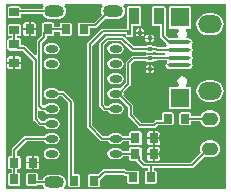
<source format=gbr>
%TF.GenerationSoftware,Altium Limited,Altium Designer,20.1.8 (145)*%
G04 Layer_Physical_Order=2*
G04 Layer_Color=16729670*
%FSLAX45Y45*%
%MOMM*%
%TF.SameCoordinates,AEC8D2B5-E39B-42F7-8311-7958ED8C9E32*%
%TF.FilePolarity,Positive*%
%TF.FileFunction,Copper,L2,Bot,Signal*%
%TF.Part,Single*%
G01*
G75*
%TA.AperFunction,ComponentPad*%
%ADD10O,2.00000X1.50000*%
G04:AMPARAMS|DCode=11|XSize=1.1mm|YSize=1.4mm|CornerRadius=0.55mm|HoleSize=0mm|Usage=FLASHONLY|Rotation=270.000|XOffset=0mm|YOffset=0mm|HoleType=Round|Shape=RoundedRectangle|*
%AMROUNDEDRECTD11*
21,1,1.10000,0.30000,0,0,270.0*
21,1,0.00000,1.40000,0,0,270.0*
1,1,1.10000,-0.15000,0.00000*
1,1,1.10000,-0.15000,0.00000*
1,1,1.10000,0.15000,0.00000*
1,1,1.10000,0.15000,0.00000*
%
%ADD11ROUNDEDRECTD11*%
G04:AMPARAMS|DCode=12|XSize=2.25mm|YSize=3.75mm|CornerRadius=1.125mm|HoleSize=0mm|Usage=FLASHONLY|Rotation=180.000|XOffset=0mm|YOffset=0mm|HoleType=Round|Shape=RoundedRectangle|*
%AMROUNDEDRECTD12*
21,1,2.25000,1.50000,0,0,180.0*
21,1,0.00000,3.75000,0,0,180.0*
1,1,2.25000,0.00000,0.75000*
1,1,2.25000,0.00000,0.75000*
1,1,2.25000,0.00000,-0.75000*
1,1,2.25000,0.00000,-0.75000*
%
%ADD12ROUNDEDRECTD12*%
%ADD13O,2.25000X3.75000*%
%ADD14O,1.70000X1.00000*%
%TA.AperFunction,ViaPad*%
%ADD15C,0.61000*%
%TA.AperFunction,SMDPad,CuDef*%
G04:AMPARAMS|DCode=16|XSize=1.6mm|YSize=1.6mm|CornerRadius=0.008mm|HoleSize=0mm|Usage=FLASHONLY|Rotation=270.000|XOffset=0mm|YOffset=0mm|HoleType=Round|Shape=RoundedRectangle|*
%AMROUNDEDRECTD16*
21,1,1.60000,1.58400,0,0,270.0*
21,1,1.58400,1.60000,0,0,270.0*
1,1,0.01600,-0.79200,-0.79200*
1,1,0.01600,-0.79200,0.79200*
1,1,0.01600,0.79200,0.79200*
1,1,0.01600,0.79200,-0.79200*
%
%ADD16ROUNDEDRECTD16*%
%TA.AperFunction,ConnectorPad*%
G04:AMPARAMS|DCode=17|XSize=0.35mm|YSize=2mm|CornerRadius=0.175mm|HoleSize=0mm|Usage=FLASHONLY|Rotation=270.000|XOffset=0mm|YOffset=0mm|HoleType=Round|Shape=RoundedRectangle|*
%AMROUNDEDRECTD17*
21,1,0.35000,1.65000,0,0,270.0*
21,1,0.00000,2.00000,0,0,270.0*
1,1,0.35000,-0.82500,0.00000*
1,1,0.35000,-0.82500,0.00000*
1,1,0.35000,0.82500,0.00000*
1,1,0.35000,0.82500,0.00000*
%
%ADD17ROUNDEDRECTD17*%
%TA.AperFunction,SMDPad,CuDef*%
G04:AMPARAMS|DCode=18|XSize=0.4mm|YSize=0.3mm|CornerRadius=0.0015mm|HoleSize=0mm|Usage=FLASHONLY|Rotation=270.000|XOffset=0mm|YOffset=0mm|HoleType=Round|Shape=RoundedRectangle|*
%AMROUNDEDRECTD18*
21,1,0.40000,0.29700,0,0,270.0*
21,1,0.39700,0.30000,0,0,270.0*
1,1,0.00300,-0.14850,-0.19850*
1,1,0.00300,-0.14850,0.19850*
1,1,0.00300,0.14850,0.19850*
1,1,0.00300,0.14850,-0.19850*
%
%ADD18ROUNDEDRECTD18*%
G04:AMPARAMS|DCode=19|XSize=0.85mm|YSize=1.4mm|CornerRadius=0.00425mm|HoleSize=0mm|Usage=FLASHONLY|Rotation=180.000|XOffset=0mm|YOffset=0mm|HoleType=Round|Shape=RoundedRectangle|*
%AMROUNDEDRECTD19*
21,1,0.85000,1.39150,0,0,180.0*
21,1,0.84150,1.40000,0,0,180.0*
1,1,0.00850,-0.42075,0.69575*
1,1,0.00850,0.42075,0.69575*
1,1,0.00850,0.42075,-0.69575*
1,1,0.00850,-0.42075,-0.69575*
%
%ADD19ROUNDEDRECTD19*%
G04:AMPARAMS|DCode=20|XSize=0.8mm|YSize=0.7mm|CornerRadius=0.0035mm|HoleSize=0mm|Usage=FLASHONLY|Rotation=180.000|XOffset=0mm|YOffset=0mm|HoleType=Round|Shape=RoundedRectangle|*
%AMROUNDEDRECTD20*
21,1,0.80000,0.69300,0,0,180.0*
21,1,0.79300,0.70000,0,0,180.0*
1,1,0.00700,-0.39650,0.34650*
1,1,0.00700,0.39650,0.34650*
1,1,0.00700,0.39650,-0.34650*
1,1,0.00700,-0.39650,-0.34650*
%
%ADD20ROUNDEDRECTD20*%
G04:AMPARAMS|DCode=21|XSize=0.85mm|YSize=0.75mm|CornerRadius=0.00375mm|HoleSize=0mm|Usage=FLASHONLY|Rotation=90.000|XOffset=0mm|YOffset=0mm|HoleType=Round|Shape=RoundedRectangle|*
%AMROUNDEDRECTD21*
21,1,0.85000,0.74250,0,0,90.0*
21,1,0.84250,0.75000,0,0,90.0*
1,1,0.00750,0.37125,0.42125*
1,1,0.00750,0.37125,-0.42125*
1,1,0.00750,-0.37125,-0.42125*
1,1,0.00750,-0.37125,0.42125*
%
%ADD21ROUNDEDRECTD21*%
G04:AMPARAMS|DCode=22|XSize=0.8mm|YSize=0.7mm|CornerRadius=0.0035mm|HoleSize=0mm|Usage=FLASHONLY|Rotation=90.000|XOffset=0mm|YOffset=0mm|HoleType=Round|Shape=RoundedRectangle|*
%AMROUNDEDRECTD22*
21,1,0.80000,0.69300,0,0,90.0*
21,1,0.79300,0.70000,0,0,90.0*
1,1,0.00700,0.34650,0.39650*
1,1,0.00700,0.34650,-0.39650*
1,1,0.00700,-0.34650,-0.39650*
1,1,0.00700,-0.34650,0.39650*
%
%ADD22ROUNDEDRECTD22*%
%TA.AperFunction,ConnectorPad*%
G04:AMPARAMS|DCode=23|XSize=0.8mm|YSize=0.7mm|CornerRadius=0.0035mm|HoleSize=0mm|Usage=FLASHONLY|Rotation=90.000|XOffset=0mm|YOffset=0mm|HoleType=Round|Shape=RoundedRectangle|*
%AMROUNDEDRECTD23*
21,1,0.80000,0.69300,0,0,90.0*
21,1,0.79300,0.70000,0,0,90.0*
1,1,0.00700,0.34650,0.39650*
1,1,0.00700,0.34650,-0.39650*
1,1,0.00700,-0.34650,-0.39650*
1,1,0.00700,-0.34650,0.39650*
%
%ADD23ROUNDEDRECTD23*%
%TA.AperFunction,SMDPad,CuDef*%
G04:AMPARAMS|DCode=24|XSize=0.85mm|YSize=0.75mm|CornerRadius=0.00375mm|HoleSize=0mm|Usage=FLASHONLY|Rotation=0.000|XOffset=0mm|YOffset=0mm|HoleType=Round|Shape=RoundedRectangle|*
%AMROUNDEDRECTD24*
21,1,0.85000,0.74250,0,0,0.0*
21,1,0.84250,0.75000,0,0,0.0*
1,1,0.00750,0.42125,-0.37125*
1,1,0.00750,-0.42125,-0.37125*
1,1,0.00750,-0.42125,0.37125*
1,1,0.00750,0.42125,0.37125*
%
%ADD24ROUNDEDRECTD24*%
%ADD25O,1.05000X0.60000*%
G04:AMPARAMS|DCode=26|XSize=0.4mm|YSize=0.3mm|CornerRadius=0.0015mm|HoleSize=0mm|Usage=FLASHONLY|Rotation=180.000|XOffset=0mm|YOffset=0mm|HoleType=Round|Shape=RoundedRectangle|*
%AMROUNDEDRECTD26*
21,1,0.40000,0.29700,0,0,180.0*
21,1,0.39700,0.30000,0,0,180.0*
1,1,0.00300,-0.19850,0.14850*
1,1,0.00300,0.19850,0.14850*
1,1,0.00300,0.19850,-0.14850*
1,1,0.00300,-0.19850,-0.14850*
%
%ADD26ROUNDEDRECTD26*%
%TA.AperFunction,Conductor*%
%ADD27C,0.15240*%
%ADD28C,0.12700*%
G36*
X1883167Y16833D02*
X517746D01*
X514216Y21482D01*
X510910Y32073D01*
X518987Y42599D01*
X525561Y58469D01*
X527803Y75500D01*
X525561Y92531D01*
X518987Y108401D01*
X508529Y122029D01*
X494901Y132487D01*
X479031Y139061D01*
X462000Y141303D01*
X392000D01*
X374969Y139061D01*
X359099Y132487D01*
X345470Y122029D01*
X335013Y108401D01*
X330503Y97513D01*
X291765D01*
Y140550D01*
X290555Y146633D01*
X287109Y151790D01*
X281952Y155235D01*
X275870Y156445D01*
X206570D01*
X200487Y155235D01*
X195330Y151790D01*
X191885Y146633D01*
X190674Y140550D01*
Y61250D01*
X191885Y55167D01*
X195330Y50010D01*
X200487Y46565D01*
X206570Y45355D01*
X275870D01*
X281952Y46565D01*
X287109Y50010D01*
X289432Y53487D01*
X330503D01*
X335013Y42599D01*
X343089Y32073D01*
X339784Y21482D01*
X336253Y16833D01*
X16833D01*
Y1583167D01*
X335642D01*
X337310Y1581277D01*
X342322Y1567927D01*
X335013Y1558402D01*
X330503Y1547513D01*
X146985D01*
Y1549990D01*
X145775Y1556073D01*
X142330Y1561230D01*
X137173Y1564675D01*
X131090Y1565885D01*
X51790D01*
X45707Y1564675D01*
X40550Y1561230D01*
X37105Y1556073D01*
X35895Y1549990D01*
Y1480690D01*
X37105Y1474607D01*
X40550Y1469450D01*
X45707Y1466005D01*
X51790Y1464795D01*
X131090D01*
X137173Y1466005D01*
X142330Y1469450D01*
X145775Y1474607D01*
X146985Y1480690D01*
Y1503487D01*
X330503D01*
X335013Y1492599D01*
X345470Y1478971D01*
X359099Y1468513D01*
X374969Y1461939D01*
X392000Y1459697D01*
X462000D01*
X479031Y1461939D01*
X494901Y1468513D01*
X508529Y1478971D01*
X518987Y1492599D01*
X525561Y1508469D01*
X527803Y1525500D01*
X525561Y1542531D01*
X518987Y1558402D01*
X511678Y1567927D01*
X516690Y1581277D01*
X518358Y1583167D01*
X835642D01*
X837310Y1581277D01*
X842322Y1567927D01*
X835013Y1558402D01*
X828439Y1542531D01*
X826197Y1525500D01*
X828439Y1508469D01*
X833245Y1496867D01*
X763767Y1427388D01*
X706737D01*
X706144Y1427270D01*
X643437D01*
X637354Y1426060D01*
X632197Y1422615D01*
X628752Y1417458D01*
X627542Y1411375D01*
Y1332075D01*
X628752Y1325993D01*
X632197Y1320836D01*
X637354Y1317390D01*
X643437Y1316180D01*
X712737D01*
X718819Y1317390D01*
X723976Y1320836D01*
X727422Y1325993D01*
X728632Y1332075D01*
Y1383362D01*
X772885D01*
X781309Y1385038D01*
X788450Y1389810D01*
X864794Y1466154D01*
X874969Y1461939D01*
X892000Y1459697D01*
X962000D01*
X979031Y1461939D01*
X994901Y1468513D01*
X1008529Y1478971D01*
X1018987Y1492599D01*
X1025561Y1508469D01*
X1027803Y1525500D01*
X1025561Y1542531D01*
X1018987Y1558402D01*
X1011678Y1567927D01*
X1016690Y1581277D01*
X1018358Y1583167D01*
X1883167D01*
Y16833D01*
D02*
G37*
%LPC*%
G36*
X258107Y1429771D02*
X228613D01*
Y1379349D01*
X274028D01*
Y1413850D01*
X272816Y1419943D01*
X269364Y1425108D01*
X264200Y1428559D01*
X258107Y1429771D01*
D02*
G37*
G36*
X213373D02*
X183857D01*
X177764Y1428559D01*
X172599Y1425108D01*
X169148Y1419943D01*
X167936Y1413850D01*
Y1379349D01*
X213373D01*
Y1429771D01*
D02*
G37*
G36*
X1170379Y1378989D02*
X1163155D01*
Y1350098D01*
X1187037D01*
Y1362331D01*
X1182158Y1374110D01*
X1170379Y1378989D01*
D02*
G37*
G36*
X1147915D02*
X1140679D01*
X1128900Y1374110D01*
X1124021Y1362331D01*
Y1350098D01*
X1147915D01*
Y1378989D01*
D02*
G37*
G36*
X1773800Y1506019D02*
X1723800D01*
X1700243Y1502917D01*
X1678291Y1493824D01*
X1659440Y1479360D01*
X1644976Y1460509D01*
X1635883Y1438557D01*
X1632781Y1415000D01*
X1635883Y1391443D01*
X1644976Y1369491D01*
X1659440Y1350640D01*
X1678291Y1336176D01*
X1700243Y1327083D01*
X1723800Y1323981D01*
X1773800D01*
X1797358Y1327083D01*
X1819310Y1336176D01*
X1838160Y1350640D01*
X1852625Y1369491D01*
X1861718Y1391443D01*
X1864819Y1415000D01*
X1861718Y1438557D01*
X1852625Y1460509D01*
X1838160Y1479360D01*
X1819310Y1493824D01*
X1797358Y1502917D01*
X1773800Y1506019D01*
D02*
G37*
G36*
X274028Y1364109D02*
X228613D01*
Y1313679D01*
X258107D01*
X264200Y1314891D01*
X269364Y1318343D01*
X272816Y1323507D01*
X274028Y1329600D01*
Y1364109D01*
D02*
G37*
G36*
X213373D02*
X167936D01*
Y1329600D01*
X169148Y1323507D01*
X172599Y1318343D01*
X177764Y1314891D01*
X183857Y1313679D01*
X213373D01*
Y1364109D01*
D02*
G37*
G36*
X1187037Y1334858D02*
X1163155D01*
Y1305973D01*
X1170379D01*
X1182158Y1310852D01*
X1187037Y1322631D01*
Y1334858D01*
D02*
G37*
G36*
X1147915D02*
X1124021D01*
Y1322631D01*
X1128900Y1310852D01*
X1140679Y1305973D01*
X1147915D01*
Y1334858D01*
D02*
G37*
G36*
X1145515Y1566987D02*
X1061365D01*
X1055253Y1565771D01*
X1050071Y1562309D01*
X1046609Y1557127D01*
X1045393Y1551015D01*
Y1411865D01*
X1046609Y1405753D01*
X1047301Y1404717D01*
Y1378123D01*
X839644D01*
X830725Y1376349D01*
X823163Y1371296D01*
X711826Y1259959D01*
X706773Y1252397D01*
X704999Y1243478D01*
Y552663D01*
X706773Y543743D01*
X711826Y536182D01*
X817448Y430559D01*
X825010Y425506D01*
X833929Y423732D01*
X886844D01*
X893064Y414424D01*
X908028Y404425D01*
X925680Y400914D01*
X970680D01*
X988332Y404425D01*
X1003296Y414424D01*
X1009516Y423732D01*
X1063398D01*
Y406954D01*
X1064610Y400862D01*
X1068061Y395697D01*
X1073226Y392245D01*
X1079318Y391034D01*
X1153569D01*
X1159661Y392245D01*
X1164826Y395697D01*
X1168278Y400862D01*
X1169489Y406954D01*
Y491205D01*
X1168278Y497297D01*
X1164826Y502462D01*
X1159661Y505913D01*
X1153569Y507125D01*
X1079318D01*
X1073226Y505913D01*
X1068061Y502462D01*
X1064610Y497297D01*
X1063398Y491205D01*
Y470348D01*
X1009516D01*
X1003296Y479656D01*
X988332Y489655D01*
X970680Y493166D01*
X925680D01*
X908028Y489655D01*
X893064Y479656D01*
X886844Y470348D01*
X843584D01*
X751614Y562317D01*
Y1233823D01*
X849298Y1331507D01*
X1034021D01*
Y1322631D01*
X1038900Y1310852D01*
X1050679Y1305973D01*
X1080379D01*
X1092158Y1310852D01*
X1097037Y1322631D01*
Y1362331D01*
X1093917Y1369863D01*
Y1395893D01*
X1145515D01*
X1151627Y1397109D01*
X1156809Y1400571D01*
X1160271Y1405753D01*
X1161487Y1411865D01*
Y1551015D01*
X1160271Y1557127D01*
X1156809Y1562309D01*
X1151627Y1565771D01*
X1145515Y1566987D01*
D02*
G37*
G36*
X1256830Y1326033D02*
X1244600D01*
Y1302145D01*
X1273488D01*
Y1309375D01*
X1268609Y1321154D01*
X1256830Y1326033D01*
D02*
G37*
G36*
X1229360D02*
X1217130D01*
X1205351Y1321154D01*
X1200472Y1309375D01*
Y1302145D01*
X1229360D01*
Y1326033D01*
D02*
G37*
G36*
X1573000Y1567554D02*
X1414600D01*
X1408342Y1566309D01*
X1403036Y1562764D01*
X1399491Y1557458D01*
X1398246Y1551200D01*
Y1392800D01*
X1399491Y1386542D01*
X1403036Y1381236D01*
X1408342Y1377691D01*
X1414600Y1376446D01*
X1480457D01*
X1485080Y1361206D01*
X1484789Y1361012D01*
X1475895Y1347701D01*
X1472772Y1332000D01*
X1475895Y1316299D01*
X1479689Y1310621D01*
X1471543Y1295381D01*
X1403871D01*
X1371456Y1327796D01*
Y1411708D01*
X1371487Y1411865D01*
Y1551015D01*
X1370271Y1557127D01*
X1366809Y1562309D01*
X1361627Y1565771D01*
X1355515Y1566987D01*
X1271365D01*
X1265253Y1565771D01*
X1260071Y1562309D01*
X1256609Y1557127D01*
X1255393Y1551015D01*
Y1411865D01*
X1256609Y1405753D01*
X1260071Y1400571D01*
X1265253Y1397109D01*
X1271365Y1395893D01*
X1324840D01*
Y1318142D01*
X1326614Y1309222D01*
X1331667Y1301661D01*
X1370570Y1262758D01*
X1370419Y1262000D01*
X1372960Y1249226D01*
X1380196Y1238396D01*
Y1233813D01*
X1365614Y1219013D01*
X1304423D01*
X1303345Y1220090D01*
X1296204Y1224862D01*
X1287780Y1226538D01*
X1270521D01*
X1268609Y1231154D01*
X1256830Y1236033D01*
X1217130D01*
X1205351Y1231154D01*
X1203439Y1226538D01*
X1102489D01*
X1019948Y1309079D01*
X1012806Y1313851D01*
X1004382Y1315526D01*
X879975D01*
X871551Y1313851D01*
X864410Y1309079D01*
X817219Y1261888D01*
X812447Y1254746D01*
X810771Y1246322D01*
Y729544D01*
X812447Y721120D01*
X817219Y713979D01*
X845722Y685475D01*
X852864Y680703D01*
X861288Y679027D01*
X885979D01*
X893064Y668424D01*
X908028Y658425D01*
X925680Y654914D01*
X970680D01*
X988332Y658425D01*
X1003296Y668424D01*
X1013295Y683388D01*
X1016806Y701040D01*
X1013295Y718692D01*
X1003296Y733656D01*
X988332Y743655D01*
X970680Y747166D01*
X925680D01*
X908028Y743655D01*
X893064Y733656D01*
X885979Y723053D01*
X870406D01*
X854797Y738662D01*
Y1237205D01*
X889093Y1271501D01*
X995264D01*
X1077805Y1188960D01*
X1084947Y1184188D01*
X1093371Y1182512D01*
X1203439D01*
X1205351Y1177896D01*
X1217130Y1173017D01*
X1256830D01*
X1268609Y1177896D01*
X1284601Y1178186D01*
X1286881Y1176663D01*
X1295305Y1174987D01*
X1364885D01*
X1371264Y1159747D01*
X1365614Y1154013D01*
X1294560D01*
X1286136Y1152337D01*
X1284601Y1151311D01*
X1268609Y1151849D01*
X1256830Y1156728D01*
X1217130D01*
X1205351Y1151849D01*
X1203439Y1147233D01*
X1097037D01*
X1088613Y1145557D01*
X1081472Y1140786D01*
X1039666Y1098979D01*
X1034894Y1091838D01*
X1033218Y1083414D01*
Y918372D01*
X985971Y871125D01*
X970680Y874166D01*
X925680D01*
X908028Y870655D01*
X893064Y860656D01*
X883065Y845692D01*
X879554Y828040D01*
X883065Y810388D01*
X893064Y795424D01*
X908028Y785425D01*
X925680Y781914D01*
X970680D01*
X985971Y784955D01*
X1053441Y717485D01*
Y642331D01*
X1055116Y633907D01*
X1059888Y626765D01*
X1141542Y545111D01*
X1148684Y540340D01*
X1157107Y538664D01*
X1274102D01*
X1282526Y540340D01*
X1289667Y545111D01*
X1304158Y559602D01*
X1352243D01*
X1354590Y559135D01*
X1423890D01*
X1429973Y560345D01*
X1435129Y563790D01*
X1438575Y568947D01*
X1439785Y575030D01*
Y654330D01*
X1438575Y660413D01*
X1435129Y665570D01*
X1429973Y669015D01*
X1423890Y670225D01*
X1354590D01*
X1348507Y669015D01*
X1343350Y665570D01*
X1339905Y660413D01*
X1338695Y654330D01*
Y603627D01*
X1295040D01*
X1286615Y601952D01*
X1279474Y597180D01*
X1264984Y582690D01*
X1166225D01*
X1097466Y651449D01*
Y726603D01*
X1095791Y735027D01*
X1091019Y742169D01*
X1014872Y818315D01*
X1016806Y828040D01*
X1014872Y837764D01*
X1070796Y893689D01*
X1075568Y900830D01*
X1077244Y909254D01*
Y1074296D01*
X1106155Y1103207D01*
X1203439D01*
X1205351Y1098591D01*
X1217130Y1093712D01*
X1256830D01*
X1268609Y1098591D01*
X1270521Y1103207D01*
X1287780D01*
X1296204Y1104883D01*
X1303345Y1109655D01*
X1303678Y1109987D01*
X1379133D01*
X1380196Y1108396D01*
Y1090604D01*
X1372960Y1079774D01*
X1370419Y1067000D01*
X1372960Y1054225D01*
X1380196Y1043396D01*
X1391025Y1036160D01*
X1403800Y1033619D01*
X1568800D01*
X1581575Y1036160D01*
X1592404Y1043396D01*
X1599640Y1054225D01*
X1602181Y1067000D01*
X1599640Y1079774D01*
X1592404Y1090604D01*
Y1108396D01*
X1599640Y1119226D01*
X1602181Y1132000D01*
X1599640Y1144774D01*
X1592404Y1155604D01*
Y1173396D01*
X1599640Y1184226D01*
X1602181Y1197000D01*
X1599640Y1209775D01*
X1592404Y1220604D01*
Y1238396D01*
X1599640Y1249226D01*
X1602181Y1262000D01*
X1599640Y1274774D01*
X1592404Y1285604D01*
X1581575Y1292840D01*
X1568800Y1295381D01*
X1556057D01*
X1547911Y1310621D01*
X1551705Y1316299D01*
X1554828Y1332000D01*
X1551705Y1347701D01*
X1542811Y1361012D01*
X1542520Y1361206D01*
X1547143Y1376446D01*
X1573000D01*
X1579258Y1377691D01*
X1584564Y1381236D01*
X1588109Y1386542D01*
X1589354Y1392800D01*
Y1551200D01*
X1588109Y1557458D01*
X1584564Y1562764D01*
X1579258Y1566309D01*
X1573000Y1567554D01*
D02*
G37*
G36*
X1273488Y1286905D02*
X1244600D01*
Y1263017D01*
X1256830D01*
X1268609Y1267896D01*
X1273488Y1279675D01*
Y1286905D01*
D02*
G37*
G36*
X1229360D02*
X1200472D01*
Y1279675D01*
X1205351Y1267896D01*
X1217130Y1263017D01*
X1229360D01*
Y1286905D01*
D02*
G37*
G36*
X970680Y1255166D02*
X925680D01*
X908028Y1251655D01*
X893064Y1241656D01*
X883065Y1226692D01*
X879554Y1209040D01*
X883065Y1191388D01*
X893064Y1176424D01*
X908028Y1166425D01*
X925680Y1162914D01*
X970680D01*
X988332Y1166425D01*
X1003296Y1176424D01*
X1013295Y1191388D01*
X1016806Y1209040D01*
X1013295Y1226692D01*
X1003296Y1241656D01*
X988332Y1251655D01*
X970680Y1255166D01*
D02*
G37*
G36*
X430680D02*
X385680D01*
X368028Y1251655D01*
X353064Y1241656D01*
X343065Y1226692D01*
X339554Y1209040D01*
X343065Y1191388D01*
X353064Y1176424D01*
X368028Y1166425D01*
X385680Y1162914D01*
X430680D01*
X448332Y1166425D01*
X463296Y1176424D01*
X473295Y1191388D01*
X476806Y1209040D01*
X473295Y1226692D01*
X463296Y1241656D01*
X448332Y1251655D01*
X430680Y1255166D01*
D02*
G37*
G36*
X413107Y1429771D02*
X338857D01*
X332764Y1428559D01*
X327599Y1425108D01*
X324148Y1419943D01*
X322936Y1413850D01*
Y1340841D01*
X322899Y1340655D01*
Y1317054D01*
X285965Y1280119D01*
X281193Y1272978D01*
X279517Y1264554D01*
Y1156062D01*
X265437Y1150230D01*
X186652Y1229015D01*
X179510Y1233787D01*
X171086Y1235463D01*
X149486D01*
Y1281725D01*
X148274Y1287818D01*
X144823Y1292983D01*
X139658Y1296434D01*
X133565Y1297646D01*
X113453D01*
Y1314795D01*
X131090D01*
X137173Y1316005D01*
X142330Y1319450D01*
X145775Y1324607D01*
X146985Y1330690D01*
Y1399990D01*
X145775Y1406073D01*
X142330Y1411230D01*
X137173Y1414675D01*
X131090Y1415885D01*
X51790D01*
X45707Y1414675D01*
X40550Y1411230D01*
X37105Y1406073D01*
X35895Y1399990D01*
Y1330690D01*
X37105Y1324607D01*
X40550Y1319450D01*
X45707Y1316005D01*
X51790Y1314795D01*
X69427D01*
Y1297646D01*
X49315D01*
X43222Y1296434D01*
X38057Y1292983D01*
X34606Y1287818D01*
X33394Y1281725D01*
Y1207475D01*
X34606Y1201382D01*
X38057Y1196217D01*
X43222Y1192766D01*
X49315Y1191554D01*
X122001D01*
X122590Y1191437D01*
X161968D01*
X251577Y1101828D01*
Y613301D01*
X253253Y604877D01*
X258025Y597736D01*
X297286Y558474D01*
X304427Y553703D01*
X312851Y552027D01*
X345979D01*
X353064Y541424D01*
X368028Y531425D01*
X385680Y527914D01*
X430680D01*
X448332Y531425D01*
X463296Y541424D01*
X473295Y556388D01*
X476806Y574040D01*
X473295Y591692D01*
X463296Y606656D01*
X448332Y616655D01*
X430680Y620166D01*
X385680D01*
X368028Y616655D01*
X353064Y606656D01*
X345979Y596053D01*
X321969D01*
X295603Y622419D01*
Y680431D01*
X304179Y683983D01*
X310843Y685226D01*
X317613Y680703D01*
X326037Y679027D01*
X345979D01*
X353064Y668424D01*
X368028Y658425D01*
X385680Y654914D01*
X430680D01*
X448332Y658425D01*
X463296Y668424D01*
X473295Y683388D01*
X476806Y701040D01*
X473295Y718692D01*
X463296Y733656D01*
X448332Y743655D01*
X430680Y747166D01*
X385680D01*
X368028Y743655D01*
X353064Y733656D01*
X349645Y728539D01*
X334344Y727105D01*
X323543Y737415D01*
Y1255436D01*
X360478Y1292370D01*
X365249Y1299512D01*
X366925Y1307936D01*
Y1313679D01*
X413107D01*
X419200Y1314891D01*
X424364Y1318343D01*
X427816Y1323507D01*
X429028Y1329600D01*
Y1349712D01*
X477541D01*
Y1332075D01*
X478751Y1325993D01*
X482197Y1320836D01*
X487354Y1317390D01*
X493437Y1316180D01*
X562736D01*
X568819Y1317390D01*
X573976Y1320836D01*
X577422Y1325993D01*
X578632Y1332075D01*
Y1411375D01*
X577422Y1417458D01*
X573976Y1422615D01*
X568819Y1426060D01*
X562736Y1427270D01*
X493437D01*
X487354Y1426060D01*
X482197Y1422615D01*
X478751Y1417458D01*
X477541Y1411375D01*
Y1393738D01*
X429028D01*
Y1413850D01*
X427816Y1419943D01*
X424364Y1425108D01*
X419200Y1428559D01*
X413107Y1429771D01*
D02*
G37*
G36*
X133565Y1142646D02*
X99060D01*
Y1097220D01*
X149486D01*
Y1126725D01*
X148274Y1132818D01*
X144823Y1137983D01*
X139658Y1141434D01*
X133565Y1142646D01*
D02*
G37*
G36*
X83820D02*
X49315D01*
X43222Y1141434D01*
X38057Y1137983D01*
X34606Y1132818D01*
X33394Y1126725D01*
Y1097220D01*
X83820D01*
Y1142646D01*
D02*
G37*
G36*
X1256830Y1066728D02*
X1244586D01*
Y1042844D01*
X1273488D01*
Y1050070D01*
X1268609Y1061849D01*
X1256830Y1066728D01*
D02*
G37*
G36*
X1229346D02*
X1217130D01*
X1205351Y1061849D01*
X1200472Y1050070D01*
Y1042844D01*
X1229346D01*
Y1066728D01*
D02*
G37*
G36*
X149486Y1081980D02*
X99060D01*
Y1036554D01*
X133565D01*
X139658Y1037766D01*
X144823Y1041217D01*
X148274Y1046382D01*
X149486Y1052475D01*
Y1081980D01*
D02*
G37*
G36*
X83820D02*
X33394D01*
Y1052475D01*
X34606Y1046382D01*
X38057Y1041217D01*
X43222Y1037766D01*
X49315Y1036554D01*
X83820D01*
Y1081980D01*
D02*
G37*
G36*
X970680Y1128166D02*
X925680D01*
X908028Y1124655D01*
X893064Y1114656D01*
X883065Y1099692D01*
X879554Y1082040D01*
X883065Y1064388D01*
X893064Y1049424D01*
X908028Y1039425D01*
X925680Y1035914D01*
X970680D01*
X988332Y1039425D01*
X1003296Y1049424D01*
X1013295Y1064388D01*
X1016806Y1082040D01*
X1013295Y1099692D01*
X1003296Y1114656D01*
X988332Y1124655D01*
X970680Y1128166D01*
D02*
G37*
G36*
X430680D02*
X385680D01*
X368028Y1124655D01*
X353064Y1114656D01*
X343065Y1099692D01*
X339554Y1082040D01*
X343065Y1064388D01*
X353064Y1049424D01*
X368028Y1039425D01*
X385680Y1035914D01*
X430680D01*
X448332Y1039425D01*
X463296Y1049424D01*
X473295Y1064388D01*
X476806Y1082040D01*
X473295Y1099692D01*
X463296Y1114656D01*
X448332Y1124655D01*
X430680Y1128166D01*
D02*
G37*
G36*
X1273488Y1027604D02*
X1244586D01*
Y1003712D01*
X1256830D01*
X1268609Y1008591D01*
X1273488Y1020370D01*
Y1027604D01*
D02*
G37*
G36*
X1229346D02*
X1200472D01*
Y1020370D01*
X1205351Y1008591D01*
X1217130Y1003712D01*
X1229346D01*
Y1027604D01*
D02*
G37*
G36*
X970680Y1001166D02*
X925680D01*
X908028Y997655D01*
X893064Y987656D01*
X883065Y972692D01*
X879554Y955040D01*
X883065Y937388D01*
X893064Y922424D01*
X908028Y912425D01*
X925680Y908914D01*
X970680D01*
X988332Y912425D01*
X1003296Y922424D01*
X1013295Y937388D01*
X1016806Y955040D01*
X1013295Y972692D01*
X1003296Y987656D01*
X988332Y997655D01*
X970680Y1001166D01*
D02*
G37*
G36*
X1773800Y940019D02*
X1723800D01*
X1700243Y936917D01*
X1678291Y927824D01*
X1659440Y913360D01*
X1644976Y894510D01*
X1635883Y872557D01*
X1632781Y849000D01*
X1635883Y825443D01*
X1644976Y803491D01*
X1659440Y784640D01*
X1678291Y770176D01*
X1700243Y761083D01*
X1723800Y757981D01*
X1773800D01*
X1797358Y761083D01*
X1819310Y770176D01*
X1838160Y784640D01*
X1852625Y803491D01*
X1861718Y825443D01*
X1864819Y849000D01*
X1861718Y872557D01*
X1852625Y894510D01*
X1838160Y913360D01*
X1819310Y927824D01*
X1797358Y936917D01*
X1773800Y940019D01*
D02*
G37*
G36*
X1513800Y973028D02*
X1498099Y969905D01*
X1484789Y961011D01*
X1475895Y947701D01*
X1472772Y932000D01*
X1475895Y916299D01*
X1484789Y902989D01*
X1485080Y902794D01*
X1480457Y887554D01*
X1414600D01*
X1408342Y886309D01*
X1403036Y882764D01*
X1399491Y877458D01*
X1398246Y871200D01*
Y712800D01*
X1399491Y706542D01*
X1403036Y701236D01*
X1408342Y697691D01*
X1414600Y696446D01*
X1573000D01*
X1579258Y697691D01*
X1584564Y701236D01*
X1588109Y706542D01*
X1589354Y712800D01*
Y871200D01*
X1588109Y877458D01*
X1584564Y882764D01*
X1579258Y886309D01*
X1573000Y887554D01*
X1547143D01*
X1542520Y902794D01*
X1542811Y902989D01*
X1551705Y916299D01*
X1554828Y932000D01*
X1551705Y947701D01*
X1542811Y961011D01*
X1529501Y969905D01*
X1513800Y973028D01*
D02*
G37*
G36*
X1763800Y685526D02*
X1733800D01*
X1715464Y683112D01*
X1698377Y676034D01*
X1683705Y664776D01*
X1672446Y650103D01*
X1666891Y636693D01*
X1589785D01*
Y654330D01*
X1588575Y660413D01*
X1585130Y665570D01*
X1579973Y669015D01*
X1573890Y670225D01*
X1504590D01*
X1498507Y669015D01*
X1493350Y665570D01*
X1489905Y660413D01*
X1488695Y654330D01*
Y575030D01*
X1489905Y568947D01*
X1493350Y563790D01*
X1498507Y560345D01*
X1504590Y559135D01*
X1573890D01*
X1579973Y560345D01*
X1585130Y563790D01*
X1588575Y568947D01*
X1589785Y575030D01*
Y592667D01*
X1666891D01*
X1672446Y579257D01*
X1683705Y564584D01*
X1698377Y553326D01*
X1715464Y546248D01*
X1733800Y543834D01*
X1763800D01*
X1782136Y546248D01*
X1799223Y553326D01*
X1813896Y564584D01*
X1825155Y579257D01*
X1832232Y596344D01*
X1834646Y614680D01*
X1832232Y633016D01*
X1825155Y650103D01*
X1813896Y664776D01*
X1799223Y676034D01*
X1782136Y683112D01*
X1763800Y685526D01*
D02*
G37*
G36*
X1308569Y507125D02*
X1279056D01*
Y456707D01*
X1324489D01*
Y491205D01*
X1323278Y497297D01*
X1319826Y502462D01*
X1314661Y505913D01*
X1308569Y507125D01*
D02*
G37*
G36*
X1263816D02*
X1234318D01*
X1228226Y505913D01*
X1223061Y502462D01*
X1219609Y497297D01*
X1218398Y491205D01*
Y456707D01*
X1263816D01*
Y507125D01*
D02*
G37*
G36*
X430680Y493166D02*
X385680D01*
X368028Y489655D01*
X353064Y479656D01*
X345979Y469053D01*
X185641D01*
X177218Y467377D01*
X170076Y462606D01*
X75654Y368183D01*
X70882Y361042D01*
X69207Y352618D01*
Y301886D01*
X54094D01*
X48002Y300674D01*
X42837Y297223D01*
X39385Y292058D01*
X38174Y285965D01*
Y201715D01*
X39385Y195622D01*
X42837Y190457D01*
X48002Y187006D01*
X54094Y185794D01*
X69207D01*
Y156445D01*
X56570D01*
X50487Y155235D01*
X45330Y151790D01*
X41884Y146633D01*
X40674Y140550D01*
Y61250D01*
X41884Y55167D01*
X45330Y50010D01*
X50487Y46565D01*
X56570Y45355D01*
X125869D01*
X131952Y46565D01*
X137109Y50010D01*
X140555Y55167D01*
X141765Y61250D01*
Y140550D01*
X140555Y146633D01*
X137109Y151790D01*
X131952Y155235D01*
X125869Y156445D01*
X113232D01*
Y185794D01*
X128345D01*
X134437Y187006D01*
X139602Y190457D01*
X143054Y195622D01*
X144265Y201715D01*
Y285965D01*
X143054Y292058D01*
X139602Y297223D01*
X134437Y300674D01*
X128345Y301886D01*
X113232D01*
Y343500D01*
X194760Y425027D01*
X345979D01*
X353064Y414424D01*
X368028Y404425D01*
X385680Y400914D01*
X430680D01*
X448332Y404425D01*
X463296Y414424D01*
X473295Y429388D01*
X476806Y447040D01*
X473295Y464692D01*
X463296Y479656D01*
X448332Y489655D01*
X430680Y493166D01*
D02*
G37*
G36*
X1324489Y441467D02*
X1279056D01*
Y391034D01*
X1308569D01*
X1314661Y392245D01*
X1319826Y395697D01*
X1323278Y400862D01*
X1324489Y406954D01*
Y441467D01*
D02*
G37*
G36*
X1263816D02*
X1218398D01*
Y406954D01*
X1219609Y400862D01*
X1223061Y395697D01*
X1228226Y392245D01*
X1234318Y391034D01*
X1263816D01*
Y441467D01*
D02*
G37*
G36*
X1308569Y375546D02*
X1279059D01*
Y325131D01*
X1324489D01*
Y359625D01*
X1323278Y365718D01*
X1319826Y370883D01*
X1314661Y374334D01*
X1308569Y375546D01*
D02*
G37*
G36*
X1263819D02*
X1234318D01*
X1228226Y374334D01*
X1223061Y370883D01*
X1219609Y365718D01*
X1218398Y359625D01*
Y325131D01*
X1263819D01*
Y375546D01*
D02*
G37*
G36*
X430680Y366166D02*
X385680D01*
X368028Y362655D01*
X353064Y352656D01*
X343065Y337692D01*
X339554Y320040D01*
X343065Y302388D01*
X353064Y287424D01*
X368028Y277425D01*
X385680Y273914D01*
X430680D01*
X448332Y277425D01*
X463296Y287424D01*
X473295Y302388D01*
X476806Y320040D01*
X473295Y337692D01*
X463296Y352656D01*
X448332Y362655D01*
X430680Y366166D01*
D02*
G37*
G36*
X1324489Y309891D02*
X1279059D01*
Y259454D01*
X1308569D01*
X1314661Y260666D01*
X1319826Y264117D01*
X1323278Y269282D01*
X1324489Y275375D01*
Y309891D01*
D02*
G37*
G36*
X1263819D02*
X1218398D01*
Y275375D01*
X1219609Y269282D01*
X1223061Y264117D01*
X1228226Y260666D01*
X1234318Y259454D01*
X1263819D01*
Y309891D01*
D02*
G37*
G36*
X283345Y301886D02*
X253846D01*
Y251468D01*
X299265D01*
Y285965D01*
X298054Y292058D01*
X294602Y297223D01*
X289437Y300674D01*
X283345Y301886D01*
D02*
G37*
G36*
X238606D02*
X209094D01*
X203002Y300674D01*
X197837Y297223D01*
X194385Y292058D01*
X193174Y285965D01*
Y251468D01*
X238606D01*
Y301886D01*
D02*
G37*
G36*
X1763800Y431526D02*
X1733800D01*
X1715464Y429112D01*
X1698377Y422034D01*
X1683705Y410776D01*
X1672446Y396103D01*
X1665368Y379016D01*
X1662954Y360680D01*
X1665368Y342344D01*
X1669993Y331178D01*
X1582399Y243584D01*
X1201160D01*
X1169631Y275112D01*
Y290166D01*
X1169489Y290879D01*
Y359625D01*
X1168278Y365718D01*
X1164826Y370883D01*
X1159661Y374334D01*
X1153569Y375546D01*
X1079318D01*
X1073226Y374334D01*
X1068061Y370883D01*
X1064610Y365718D01*
X1063398Y359625D01*
Y343348D01*
X1009516D01*
X1003296Y352656D01*
X988332Y362655D01*
X970680Y366166D01*
X925680D01*
X908028Y362655D01*
X893064Y352656D01*
X883065Y337692D01*
X879554Y320040D01*
X883065Y302388D01*
X893064Y287424D01*
X908028Y277425D01*
X925680Y273914D01*
X970680D01*
X988332Y277425D01*
X1003296Y287424D01*
X1009516Y296732D01*
X1063398D01*
Y275375D01*
X1064610Y269282D01*
X1068061Y264117D01*
X1073226Y260666D01*
X1079318Y259454D01*
X1124210D01*
X1124790Y256538D01*
X1129843Y248977D01*
X1175024Y203795D01*
X1182586Y198743D01*
X1191505Y196968D01*
X1223820D01*
Y175034D01*
X1212478D01*
X1206395Y173824D01*
X1201238Y170379D01*
X1197793Y165222D01*
X1196583Y159139D01*
Y79839D01*
X1197793Y73756D01*
X1201238Y68599D01*
X1206395Y65154D01*
X1212478Y63944D01*
X1281778D01*
X1287861Y65154D01*
X1293018Y68599D01*
X1296463Y73756D01*
X1297673Y79839D01*
Y159139D01*
X1296463Y165222D01*
X1293018Y170379D01*
X1287861Y173824D01*
X1281778Y175034D01*
X1270436D01*
Y196968D01*
X1592053D01*
X1600972Y198743D01*
X1608534Y203795D01*
X1702399Y297660D01*
X1715464Y292248D01*
X1733800Y289834D01*
X1763800D01*
X1782136Y292248D01*
X1799223Y299326D01*
X1813896Y310584D01*
X1825155Y325257D01*
X1832232Y342344D01*
X1834646Y360680D01*
X1832232Y379016D01*
X1825155Y396103D01*
X1813896Y410776D01*
X1799223Y422034D01*
X1782136Y429112D01*
X1763800Y431526D01*
D02*
G37*
G36*
X299265Y236228D02*
X253846D01*
Y185794D01*
X283345D01*
X289437Y187006D01*
X294602Y190457D01*
X298054Y195622D01*
X299265Y201715D01*
Y236228D01*
D02*
G37*
G36*
X238606D02*
X193174D01*
Y201715D01*
X194385Y195622D01*
X197837Y190457D01*
X203002Y187006D01*
X209094Y185794D01*
X238606D01*
Y236228D01*
D02*
G37*
G36*
X1020947Y187111D02*
X854291D01*
X845371Y185336D01*
X837810Y180284D01*
X802071Y144545D01*
X791920D01*
X791203Y144403D01*
X729890D01*
X723807Y143192D01*
X718650Y139747D01*
X715205Y134590D01*
X713995Y128507D01*
Y49207D01*
X715205Y43125D01*
X718650Y37968D01*
X723807Y34522D01*
X729890Y33312D01*
X799190D01*
X805273Y34522D01*
X810430Y37968D01*
X813875Y43125D01*
X815085Y49207D01*
Y98598D01*
X820645Y99704D01*
X828206Y104756D01*
X863945Y140495D01*
X1011293D01*
X1016400Y135388D01*
X1023961Y130336D01*
X1032881Y128561D01*
X1046583D01*
Y79839D01*
X1047793Y73756D01*
X1051238Y68599D01*
X1056395Y65154D01*
X1062478Y63944D01*
X1131778D01*
X1137861Y65154D01*
X1143018Y68599D01*
X1146463Y73756D01*
X1147673Y79839D01*
Y159139D01*
X1146463Y165222D01*
X1143018Y170379D01*
X1137861Y173824D01*
X1131778Y175034D01*
X1070465D01*
X1069748Y175177D01*
X1042535D01*
X1037428Y180284D01*
X1029867Y185336D01*
X1020947Y187111D01*
D02*
G37*
G36*
X430680Y874166D02*
X385680D01*
X368028Y870655D01*
X353064Y860656D01*
X343065Y845692D01*
X339554Y828040D01*
X343065Y810388D01*
X353064Y795424D01*
X368028Y785425D01*
X385680Y781914D01*
X430680D01*
X448332Y785425D01*
X463296Y795424D01*
X470381Y806027D01*
X493898D01*
X549261Y750664D01*
Y129844D01*
X548995Y128507D01*
Y49207D01*
X550205Y43125D01*
X553650Y37968D01*
X558807Y34522D01*
X564890Y33312D01*
X634190D01*
X640273Y34522D01*
X645430Y37968D01*
X648875Y43125D01*
X650085Y49207D01*
Y128507D01*
X648875Y134590D01*
X645430Y139747D01*
X640273Y143192D01*
X634190Y144403D01*
X593287D01*
Y759783D01*
X591611Y768206D01*
X586839Y775348D01*
X518582Y843605D01*
X511440Y848377D01*
X503016Y850053D01*
X470381D01*
X463296Y860656D01*
X448332Y870655D01*
X430680Y874166D01*
D02*
G37*
%LPD*%
D10*
X1748800Y849000D02*
D03*
Y1415000D02*
D03*
D11*
Y106680D02*
D03*
Y614680D02*
D03*
Y360680D02*
D03*
D12*
X1214500Y775500D02*
D03*
D13*
X139500D02*
D03*
D14*
X427000Y75500D02*
D03*
X927000D02*
D03*
X677000Y1525500D02*
D03*
X427000D02*
D03*
X927000D02*
D03*
D15*
X1181807Y1035220D02*
D03*
X1031233Y609063D02*
D03*
X863926D02*
D03*
Y536463D02*
D03*
X1031233D02*
D03*
X220982Y1292983D02*
D03*
X494816Y955040D02*
D03*
X170144Y1089600D02*
D03*
X246219Y322942D02*
D03*
X1344294Y317500D02*
D03*
Y449079D02*
D03*
X1703480Y1002000D02*
D03*
X1624656D02*
D03*
X1352243D02*
D03*
X1236980Y1346408D02*
D03*
X1156809Y1285894D02*
D03*
D16*
X1493800Y792000D02*
D03*
Y1472000D02*
D03*
D17*
X1486300Y1002000D02*
D03*
Y1067000D02*
D03*
Y1132000D02*
D03*
Y1262000D02*
D03*
Y1197000D02*
D03*
D18*
X1155529Y1342481D02*
D03*
X1065529D02*
D03*
D19*
X1103440Y1481440D02*
D03*
X1313440D02*
D03*
D20*
X91440Y1515340D02*
D03*
Y1365340D02*
D03*
D21*
X1271443Y449079D02*
D03*
X1116444D02*
D03*
X1271443Y317500D02*
D03*
X1116444D02*
D03*
X246219Y243840D02*
D03*
X91220D02*
D03*
X220982Y1371725D02*
D03*
X375982D02*
D03*
D22*
X1247128Y119489D02*
D03*
X1097128D02*
D03*
X241220Y100900D02*
D03*
X91220D02*
D03*
X678087Y1371725D02*
D03*
X528087D02*
D03*
X1539240Y614680D02*
D03*
X1389240D02*
D03*
D23*
X599540Y88857D02*
D03*
X764540D02*
D03*
D24*
X91440Y1089600D02*
D03*
Y1244600D02*
D03*
D25*
X948180Y1209040D02*
D03*
Y1082040D02*
D03*
Y955040D02*
D03*
Y828040D02*
D03*
Y701040D02*
D03*
Y574040D02*
D03*
Y447040D02*
D03*
Y320040D02*
D03*
X408180Y1209040D02*
D03*
Y1082040D02*
D03*
Y955040D02*
D03*
Y828040D02*
D03*
Y701040D02*
D03*
Y574040D02*
D03*
Y447040D02*
D03*
Y320040D02*
D03*
D26*
X1236980Y1035220D02*
D03*
Y1125220D02*
D03*
Y1294525D02*
D03*
Y1204525D02*
D03*
D27*
X1247128Y220276D02*
X1592053D01*
X1732457Y360680D02*
X1748800D01*
X1592053Y220276D02*
X1732457Y360680D01*
X1113904Y320040D02*
X1116444Y317500D01*
X948180Y320040D02*
X1113904D01*
X1146324Y265458D02*
Y290166D01*
X1116444Y317500D02*
X1118989D01*
X1146324Y290166D01*
X1247128Y119489D02*
Y220276D01*
X1247128Y220276D01*
X1191505D02*
X1247128D01*
X791920Y121238D02*
X811725D01*
X854291Y163803D02*
X1020947D01*
X811725Y121238D02*
X854291Y163803D01*
X764540Y88857D02*
Y93857D01*
X791920Y121238D01*
X1032881Y151869D02*
X1069748D01*
X1020947Y163803D02*
X1032881Y151869D01*
X1097128Y119489D02*
Y124489D01*
X1069748Y151869D02*
X1097128Y124489D01*
X1146324Y265458D02*
X1191505Y220276D01*
X1348148Y1318142D02*
Y1444192D01*
X1404290Y1262000D02*
X1486300D01*
X1348148Y1318142D02*
X1404290Y1262000D01*
X1313440Y1478900D02*
X1348148Y1444192D01*
X833929Y447040D02*
X948180D01*
X728307Y552663D02*
Y1243478D01*
Y552663D02*
X833929Y447040D01*
X948180D02*
X1114404D01*
X839644Y1354815D02*
X1058149D01*
X728307Y1243478D02*
X839644Y1354815D01*
X1070609Y1347435D02*
Y1446069D01*
X1058149Y1354815D02*
X1065529Y1347435D01*
X1070609Y1446069D02*
X1103440Y1478900D01*
X1114404Y447040D02*
X1116444Y449079D01*
D28*
X974017Y828040D02*
X1075454Y726603D01*
X832784Y729544D02*
X861288Y701040D01*
X948180D01*
X832784Y729544D02*
Y1246322D01*
X879975Y1293514D01*
X1055231Y1083414D02*
X1097037Y1125220D01*
X1236980D01*
X1055231Y909254D02*
Y1083414D01*
X503016Y828040D02*
X571274Y759783D01*
Y117124D02*
X599540Y88857D01*
X571274Y117124D02*
Y759783D01*
X1075454Y642331D02*
X1157107Y560677D01*
X1274102D02*
X1295040Y581615D01*
X1157107Y560677D02*
X1274102D01*
X1075454Y642331D02*
Y726603D01*
X879975Y1293514D02*
X1004382D01*
X273590Y613301D02*
Y1110946D01*
X122590Y1213450D02*
X171086D01*
X273590Y1110946D01*
X91440Y1244600D02*
X122590Y1213450D01*
X91440Y1244600D02*
Y1365340D01*
X101600Y1525500D02*
X427000D01*
X91440Y1515340D02*
X101600Y1525500D01*
X301530Y1264554D02*
X344912Y1307936D01*
X301530Y725547D02*
Y1264554D01*
X344912Y1307936D02*
Y1340655D01*
X706737Y1405375D02*
X772885D01*
X893010Y1525500D02*
X927000D01*
X772885Y1405375D02*
X893010Y1525500D01*
X678087Y1371725D02*
Y1376725D01*
X706737Y1405375D01*
X375982Y1371725D02*
X528087D01*
X344912Y1340655D02*
X375982Y1371725D01*
X408180Y828040D02*
X503016D01*
X326037Y701040D02*
X408180D01*
X301530Y725547D02*
X326037Y701040D01*
X1389240Y610265D02*
Y614680D01*
X1360590Y581615D02*
X1389240Y610265D01*
X1295040Y581615D02*
X1360590D01*
X1004382Y1293514D02*
X1093371Y1204525D01*
X1236980D01*
X1539240Y614680D02*
X1748800D01*
X91220Y243840D02*
Y352618D01*
X185641Y447040D02*
X408180D01*
X91220Y352618D02*
X185641Y447040D01*
X266620Y75500D02*
X427000D01*
X241220Y100900D02*
X266620Y75500D01*
X1236980Y1125220D02*
X1287780D01*
X948180Y828040D02*
X974017D01*
X312851Y574040D02*
X408180D01*
X273590Y613301D02*
X312851Y574040D01*
X1287780Y1125220D02*
X1294560Y1132000D01*
X974017Y828040D02*
X1055231Y909254D01*
X1236980Y1204525D02*
X1287780D01*
X1294560Y1132000D02*
X1486300D01*
X91220Y100900D02*
Y243840D01*
X1295305Y1197000D02*
X1486300D01*
X1287780Y1204525D02*
X1295305Y1197000D01*
%TF.MD5,5829bf54aee22efc368471620567c90b*%
M02*

</source>
